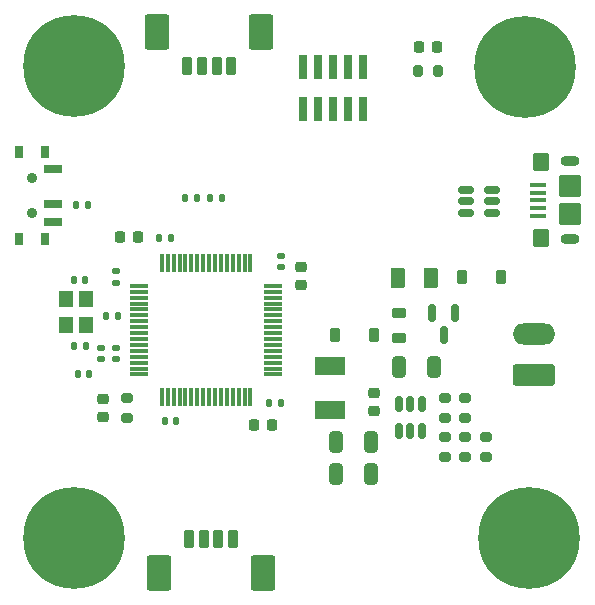
<source format=gbr>
%TF.GenerationSoftware,KiCad,Pcbnew,7.0.7*%
%TF.CreationDate,2023-08-28T01:03:24+03:00*%
%TF.ProjectId,STM32F405_Lesson_1,53544d33-3246-4343-9035-5f4c6573736f,rev?*%
%TF.SameCoordinates,Original*%
%TF.FileFunction,Soldermask,Top*%
%TF.FilePolarity,Negative*%
%FSLAX46Y46*%
G04 Gerber Fmt 4.6, Leading zero omitted, Abs format (unit mm)*
G04 Created by KiCad (PCBNEW 7.0.7) date 2023-08-28 01:03:24*
%MOMM*%
%LPD*%
G01*
G04 APERTURE LIST*
G04 Aperture macros list*
%AMRoundRect*
0 Rectangle with rounded corners*
0 $1 Rounding radius*
0 $2 $3 $4 $5 $6 $7 $8 $9 X,Y pos of 4 corners*
0 Add a 4 corners polygon primitive as box body*
4,1,4,$2,$3,$4,$5,$6,$7,$8,$9,$2,$3,0*
0 Add four circle primitives for the rounded corners*
1,1,$1+$1,$2,$3*
1,1,$1+$1,$4,$5*
1,1,$1+$1,$6,$7*
1,1,$1+$1,$8,$9*
0 Add four rect primitives between the rounded corners*
20,1,$1+$1,$2,$3,$4,$5,0*
20,1,$1+$1,$4,$5,$6,$7,0*
20,1,$1+$1,$6,$7,$8,$9,0*
20,1,$1+$1,$8,$9,$2,$3,0*%
G04 Aperture macros list end*
%ADD10RoundRect,0.200000X-0.200000X-0.600000X0.200000X-0.600000X0.200000X0.600000X-0.200000X0.600000X0*%
%ADD11RoundRect,0.250001X-0.799999X-1.249999X0.799999X-1.249999X0.799999X1.249999X-0.799999X1.249999X0*%
%ADD12RoundRect,0.200000X0.200000X0.600000X-0.200000X0.600000X-0.200000X-0.600000X0.200000X-0.600000X0*%
%ADD13RoundRect,0.250001X0.799999X1.249999X-0.799999X1.249999X-0.799999X-1.249999X0.799999X-1.249999X0*%
%ADD14RoundRect,0.200000X-0.200000X-0.275000X0.200000X-0.275000X0.200000X0.275000X-0.200000X0.275000X0*%
%ADD15R,1.200000X1.400000*%
%ADD16RoundRect,0.140000X-0.140000X-0.170000X0.140000X-0.170000X0.140000X0.170000X-0.140000X0.170000X0*%
%ADD17RoundRect,0.140000X0.140000X0.170000X-0.140000X0.170000X-0.140000X-0.170000X0.140000X-0.170000X0*%
%ADD18RoundRect,0.250000X0.375000X0.625000X-0.375000X0.625000X-0.375000X-0.625000X0.375000X-0.625000X0*%
%ADD19RoundRect,0.225000X-0.225000X-0.375000X0.225000X-0.375000X0.225000X0.375000X-0.225000X0.375000X0*%
%ADD20RoundRect,0.150000X-0.150000X0.587500X-0.150000X-0.587500X0.150000X-0.587500X0.150000X0.587500X0*%
%ADD21RoundRect,0.200000X-0.275000X0.200000X-0.275000X-0.200000X0.275000X-0.200000X0.275000X0.200000X0*%
%ADD22C,0.900000*%
%ADD23C,8.600000*%
%ADD24R,2.500000X1.500000*%
%ADD25RoundRect,0.250000X1.550000X-0.650000X1.550000X0.650000X-1.550000X0.650000X-1.550000X-0.650000X0*%
%ADD26O,3.600000X1.800000*%
%ADD27RoundRect,0.218750X-0.381250X0.218750X-0.381250X-0.218750X0.381250X-0.218750X0.381250X0.218750X0*%
%ADD28RoundRect,0.250000X-0.325000X-0.650000X0.325000X-0.650000X0.325000X0.650000X-0.325000X0.650000X0*%
%ADD29RoundRect,0.150000X0.512500X0.150000X-0.512500X0.150000X-0.512500X-0.150000X0.512500X-0.150000X0*%
%ADD30RoundRect,0.140000X0.170000X-0.140000X0.170000X0.140000X-0.170000X0.140000X-0.170000X-0.140000X0*%
%ADD31RoundRect,0.135000X0.135000X0.185000X-0.135000X0.185000X-0.135000X-0.185000X0.135000X-0.185000X0*%
%ADD32RoundRect,0.218750X0.256250X-0.218750X0.256250X0.218750X-0.256250X0.218750X-0.256250X-0.218750X0*%
%ADD33RoundRect,0.218750X-0.218750X-0.256250X0.218750X-0.256250X0.218750X0.256250X-0.218750X0.256250X0*%
%ADD34RoundRect,0.225000X0.250000X-0.225000X0.250000X0.225000X-0.250000X0.225000X-0.250000X-0.225000X0*%
%ADD35RoundRect,0.200000X0.275000X-0.200000X0.275000X0.200000X-0.275000X0.200000X-0.275000X-0.200000X0*%
%ADD36RoundRect,0.100000X0.575000X-0.100000X0.575000X0.100000X-0.575000X0.100000X-0.575000X-0.100000X0*%
%ADD37O,1.600000X0.900000*%
%ADD38RoundRect,0.250000X0.450000X-0.550000X0.450000X0.550000X-0.450000X0.550000X-0.450000X-0.550000X0*%
%ADD39RoundRect,0.250000X0.700000X-0.700000X0.700000X0.700000X-0.700000X0.700000X-0.700000X-0.700000X0*%
%ADD40R,0.800000X1.000000*%
%ADD41R,1.500000X0.700000*%
%ADD42RoundRect,0.075000X-0.700000X-0.075000X0.700000X-0.075000X0.700000X0.075000X-0.700000X0.075000X0*%
%ADD43RoundRect,0.075000X-0.075000X-0.700000X0.075000X-0.700000X0.075000X0.700000X-0.075000X0.700000X0*%
%ADD44RoundRect,0.147500X-0.147500X-0.172500X0.147500X-0.172500X0.147500X0.172500X-0.147500X0.172500X0*%
%ADD45R,0.750000X2.100000*%
%ADD46RoundRect,0.135000X-0.135000X-0.185000X0.135000X-0.185000X0.135000X0.185000X-0.135000X0.185000X0*%
%ADD47RoundRect,0.225000X0.225000X0.250000X-0.225000X0.250000X-0.225000X-0.250000X0.225000X-0.250000X0*%
%ADD48RoundRect,0.150000X0.150000X-0.512500X0.150000X0.512500X-0.150000X0.512500X-0.150000X-0.512500X0*%
%ADD49RoundRect,0.225000X-0.225000X-0.250000X0.225000X-0.250000X0.225000X0.250000X-0.225000X0.250000X0*%
G04 APERTURE END LIST*
D10*
%TO.C,J4*%
X75925000Y-86350000D03*
X77175000Y-86350000D03*
X78425000Y-86350000D03*
X79675000Y-86350000D03*
D11*
X73375000Y-89250000D03*
X82225000Y-89250000D03*
%TD*%
D12*
%TO.C,J3*%
X79525000Y-46350000D03*
X78275000Y-46350000D03*
X77025000Y-46350000D03*
X75775000Y-46350000D03*
D13*
X82075000Y-43450000D03*
X73225000Y-43450000D03*
%TD*%
D14*
%TO.C,R11*%
X95350000Y-46800000D03*
X97000000Y-46800000D03*
%TD*%
D15*
%TO.C,Y1*%
X65550000Y-66100000D03*
X65550000Y-68300000D03*
X67250000Y-68300000D03*
X67250000Y-66100000D03*
%TD*%
D16*
%TO.C,C8*%
X73440000Y-60900000D03*
X74400000Y-60900000D03*
%TD*%
%TO.C,C6*%
X82740000Y-74900000D03*
X83700000Y-74900000D03*
%TD*%
D17*
%TO.C,C11*%
X67200000Y-70000000D03*
X66240000Y-70000000D03*
%TD*%
D18*
%TO.C,F1*%
X96400000Y-64300000D03*
X93600000Y-64300000D03*
%TD*%
D19*
%TO.C,D5*%
X88350000Y-69100000D03*
X91650000Y-69100000D03*
%TD*%
D20*
%TO.C,Q1*%
X98450000Y-67262500D03*
X96550000Y-67262500D03*
X97500000Y-69137500D03*
%TD*%
D21*
%TO.C,R7*%
X99300000Y-77775000D03*
X99300000Y-79425000D03*
%TD*%
D22*
%TO.C,H1*%
X101175000Y-46400000D03*
X102119581Y-44119581D03*
X102119581Y-48680419D03*
X104400000Y-43175000D03*
D23*
X104400000Y-46400000D03*
D22*
X104400000Y-49625000D03*
X106680419Y-44119581D03*
X106680419Y-48680419D03*
X107625000Y-46400000D03*
%TD*%
D19*
%TO.C,D2*%
X99050000Y-64200000D03*
X102350000Y-64200000D03*
%TD*%
D24*
%TO.C,L2*%
X87900000Y-71750000D03*
X87900000Y-75450000D03*
%TD*%
D25*
%TO.C,J1*%
X105142500Y-72532500D03*
D26*
X105142500Y-69032500D03*
%TD*%
D22*
%TO.C,H4*%
X62994581Y-86300000D03*
X63939162Y-84019581D03*
X63939162Y-88580419D03*
X66219581Y-83075000D03*
D23*
X66219581Y-86300000D03*
D22*
X66219581Y-89525000D03*
X68500000Y-84019581D03*
X68500000Y-88580419D03*
X69444581Y-86300000D03*
%TD*%
D27*
%TO.C,FB1*%
X93700000Y-67237500D03*
X93700000Y-69362500D03*
%TD*%
D28*
%TO.C,C15*%
X88425000Y-78200000D03*
X91375000Y-78200000D03*
%TD*%
D29*
%TO.C,U3*%
X101637500Y-58750000D03*
X101637500Y-57800000D03*
X101637500Y-56850000D03*
X99362500Y-56850000D03*
X99362500Y-57800000D03*
X99362500Y-58750000D03*
%TD*%
D30*
%TO.C,C4*%
X69800000Y-64680000D03*
X69800000Y-63720000D03*
%TD*%
%TO.C,C10*%
X69800000Y-71160000D03*
X69800000Y-70200000D03*
%TD*%
D31*
%TO.C,R2*%
X69900000Y-67500000D03*
X68880000Y-67500000D03*
%TD*%
D32*
%TO.C,D1*%
X68700000Y-76087500D03*
X68700000Y-74512500D03*
%TD*%
D33*
%TO.C,D4*%
X95400000Y-44700000D03*
X96975000Y-44700000D03*
%TD*%
D28*
%TO.C,C13*%
X93725000Y-71800000D03*
X96675000Y-71800000D03*
%TD*%
D34*
%TO.C,C14*%
X91600000Y-75575000D03*
X91600000Y-74025000D03*
%TD*%
D35*
%TO.C,R5*%
X99300000Y-76125000D03*
X99300000Y-74475000D03*
%TD*%
D36*
%TO.C,J5*%
X105520000Y-59000000D03*
X105520000Y-58350000D03*
X105520000Y-57700000D03*
X105520000Y-57050000D03*
X105520000Y-56400000D03*
D37*
X108195000Y-61000000D03*
D38*
X105745000Y-60900000D03*
D39*
X108195000Y-58900000D03*
X108195000Y-56500000D03*
D38*
X105745000Y-54500000D03*
D37*
X108195000Y-54400000D03*
%TD*%
D40*
%TO.C,SW1*%
X63755000Y-53650000D03*
X61545000Y-53650000D03*
D22*
X62645000Y-55800000D03*
X62645000Y-58800000D03*
D40*
X63755000Y-60950000D03*
X61545000Y-60950000D03*
D41*
X64405000Y-55050000D03*
X64405000Y-58050000D03*
X64405000Y-59550000D03*
%TD*%
D42*
%TO.C,U1*%
X71725000Y-64950000D03*
X71725000Y-65450000D03*
X71725000Y-65950000D03*
X71725000Y-66450000D03*
X71725000Y-66950000D03*
X71725000Y-67450000D03*
X71725000Y-67950000D03*
X71725000Y-68450000D03*
X71725000Y-68950000D03*
X71725000Y-69450000D03*
X71725000Y-69950000D03*
X71725000Y-70450000D03*
X71725000Y-70950000D03*
X71725000Y-71450000D03*
X71725000Y-71950000D03*
X71725000Y-72450000D03*
D43*
X73650000Y-74375000D03*
X74150000Y-74375000D03*
X74650000Y-74375000D03*
X75150000Y-74375000D03*
X75650000Y-74375000D03*
X76150000Y-74375000D03*
X76650000Y-74375000D03*
X77150000Y-74375000D03*
X77650000Y-74375000D03*
X78150000Y-74375000D03*
X78650000Y-74375000D03*
X79150000Y-74375000D03*
X79650000Y-74375000D03*
X80150000Y-74375000D03*
X80650000Y-74375000D03*
X81150000Y-74375000D03*
D42*
X83075000Y-72450000D03*
X83075000Y-71950000D03*
X83075000Y-71450000D03*
X83075000Y-70950000D03*
X83075000Y-70450000D03*
X83075000Y-69950000D03*
X83075000Y-69450000D03*
X83075000Y-68950000D03*
X83075000Y-68450000D03*
X83075000Y-67950000D03*
X83075000Y-67450000D03*
X83075000Y-66950000D03*
X83075000Y-66450000D03*
X83075000Y-65950000D03*
X83075000Y-65450000D03*
X83075000Y-64950000D03*
D43*
X81150000Y-63025000D03*
X80650000Y-63025000D03*
X80150000Y-63025000D03*
X79650000Y-63025000D03*
X79150000Y-63025000D03*
X78650000Y-63025000D03*
X78150000Y-63025000D03*
X77650000Y-63025000D03*
X77150000Y-63025000D03*
X76650000Y-63025000D03*
X76150000Y-63025000D03*
X75650000Y-63025000D03*
X75150000Y-63025000D03*
X74650000Y-63025000D03*
X74150000Y-63025000D03*
X73650000Y-63025000D03*
%TD*%
D30*
%TO.C,C7*%
X83700000Y-63380000D03*
X83700000Y-62420000D03*
%TD*%
D22*
%TO.C,H3*%
X62994581Y-46300000D03*
X63939162Y-44019581D03*
X63939162Y-48580419D03*
X66219581Y-43075000D03*
D23*
X66219581Y-46300000D03*
D22*
X66219581Y-49525000D03*
X68500000Y-44019581D03*
X68500000Y-48580419D03*
X69444581Y-46300000D03*
%TD*%
D44*
%TO.C,L1*%
X66530000Y-72400000D03*
X67500000Y-72400000D03*
%TD*%
D31*
%TO.C,R10*%
X76610000Y-57500000D03*
X75590000Y-57500000D03*
%TD*%
D28*
%TO.C,C16*%
X88425000Y-80900000D03*
X91375000Y-80900000D03*
%TD*%
D31*
%TO.C,R1*%
X67420000Y-58100000D03*
X66400000Y-58100000D03*
%TD*%
D30*
%TO.C,C9*%
X68500000Y-71160000D03*
X68500000Y-70200000D03*
%TD*%
D34*
%TO.C,C1*%
X85400000Y-64875000D03*
X85400000Y-63325000D03*
%TD*%
D21*
%TO.C,R3*%
X70700000Y-74475000D03*
X70700000Y-76125000D03*
%TD*%
D17*
%TO.C,C5*%
X74880000Y-76400000D03*
X73920000Y-76400000D03*
%TD*%
D16*
%TO.C,C12*%
X66220000Y-64450000D03*
X67180000Y-64450000D03*
%TD*%
D35*
%TO.C,R8*%
X101100000Y-79425000D03*
X101100000Y-77775000D03*
%TD*%
D21*
%TO.C,R4*%
X97600000Y-74475000D03*
X97600000Y-76125000D03*
%TD*%
D22*
%TO.C,H2*%
X101525000Y-86300000D03*
X102469581Y-84019581D03*
X102469581Y-88580419D03*
X104750000Y-83075000D03*
D23*
X104750000Y-86300000D03*
D22*
X104750000Y-89525000D03*
X107030419Y-84019581D03*
X107030419Y-88580419D03*
X107975000Y-86300000D03*
%TD*%
D45*
%TO.C,J2*%
X85560000Y-46400000D03*
X85560000Y-50000000D03*
X86830000Y-46400000D03*
X86830000Y-50000000D03*
X88100000Y-46400000D03*
X88100000Y-50000000D03*
X89370000Y-46400000D03*
X89370000Y-50000000D03*
X90640000Y-46400000D03*
X90640000Y-50000000D03*
%TD*%
D46*
%TO.C,R9*%
X78710000Y-57500000D03*
X77690000Y-57500000D03*
%TD*%
D47*
%TO.C,C3*%
X71650000Y-60800000D03*
X70100000Y-60800000D03*
%TD*%
D35*
%TO.C,R6*%
X97600000Y-79425000D03*
X97600000Y-77775000D03*
%TD*%
D48*
%TO.C,U2*%
X93750000Y-77237500D03*
X94700000Y-77237500D03*
X95650000Y-77237500D03*
X95650000Y-74962500D03*
X94700000Y-74962500D03*
X93750000Y-74962500D03*
%TD*%
D49*
%TO.C,C2*%
X81450000Y-76700000D03*
X83000000Y-76700000D03*
%TD*%
M02*

</source>
